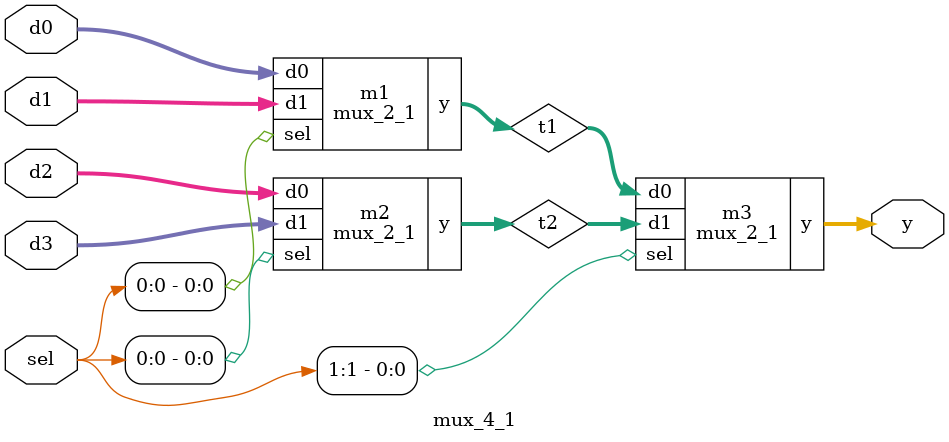
<source format=sv>

module mux_2_1
(
  input  [3:0] d0, d1,
  input        sel,
  output [3:0] y
);

  assign y = sel ? d1 : d0;

endmodule

//----------------------------------------------------------------------------
// Task
//----------------------------------------------------------------------------

module mux_4_1
(
  input  [3:0] d0, d1, d2, d3,
  input  [1:0] sel,
  output [3:0] y
);

  // Task:
  // Implement mux_4_1 using three instances of mux_2_1
  wire [3:0]t1,t2;
  
  mux_2_1 m1(.d0(d0),.d1(d1),.sel(sel[0]),.y(t1));
  mux_2_1 m2(.d0(d2),.d1(d3),.sel(sel[0]),.y(t2));
  mux_2_1 m3(.d0(t1),.d1(t2),.sel(sel[1]),.y(y));


  


endmodule

</source>
